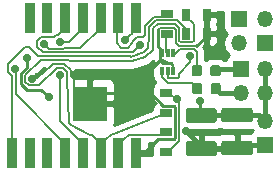
<source format=gbr>
G04 #@! TF.GenerationSoftware,KiCad,Pcbnew,5.0.0-rc3-unknown-520c611~65~ubuntu18.04.1*
G04 #@! TF.CreationDate,2018-07-03T00:15:53+02:00*
G04 #@! TF.ProjectId,vlakinostalo,766C616B696E6F7374616C6F2E6B6963,rev?*
G04 #@! TF.SameCoordinates,Original*
G04 #@! TF.FileFunction,Copper,L2,Bot,Signal*
G04 #@! TF.FilePolarity,Positive*
%FSLAX46Y46*%
G04 Gerber Fmt 4.6, Leading zero omitted, Abs format (unit mm)*
G04 Created by KiCad (PCBNEW 5.0.0-rc3-unknown-520c611~65~ubuntu18.04.1) date Tue Jul  3 00:15:53 2018*
%MOMM*%
%LPD*%
G01*
G04 APERTURE LIST*
G04 #@! TA.AperFunction,SMDPad,CuDef*
%ADD10R,0.300000X0.700000*%
G04 #@! TD*
G04 #@! TA.AperFunction,SMDPad,CuDef*
%ADD11R,1.000000X0.670000*%
G04 #@! TD*
G04 #@! TA.AperFunction,ComponentPad*
%ADD12O,1.350000X1.350000*%
G04 #@! TD*
G04 #@! TA.AperFunction,ComponentPad*
%ADD13R,1.350000X1.350000*%
G04 #@! TD*
G04 #@! TA.AperFunction,SMDPad,CuDef*
%ADD14R,0.670000X1.000000*%
G04 #@! TD*
G04 #@! TA.AperFunction,SMDPad,CuDef*
%ADD15R,0.900000X2.500000*%
G04 #@! TD*
G04 #@! TA.AperFunction,SMDPad,CuDef*
%ADD16R,3.000000X3.000000*%
G04 #@! TD*
G04 #@! TA.AperFunction,Conductor*
%ADD17C,0.100000*%
G04 #@! TD*
G04 #@! TA.AperFunction,SMDPad,CuDef*
%ADD18C,1.250000*%
G04 #@! TD*
G04 #@! TA.AperFunction,SMDPad,CuDef*
%ADD19C,0.875000*%
G04 #@! TD*
G04 #@! TA.AperFunction,ViaPad*
%ADD20C,0.700000*%
G04 #@! TD*
G04 #@! TA.AperFunction,Conductor*
%ADD21C,0.152400*%
G04 #@! TD*
G04 #@! TA.AperFunction,Conductor*
%ADD22C,0.250000*%
G04 #@! TD*
G04 #@! TA.AperFunction,Conductor*
%ADD23C,0.200000*%
G04 #@! TD*
G04 #@! TA.AperFunction,Conductor*
%ADD24C,0.400000*%
G04 #@! TD*
G04 #@! TA.AperFunction,Conductor*
%ADD25C,0.254000*%
G04 #@! TD*
G04 APERTURE END LIST*
D10*
G04 #@! TO.P,Q1,1*
G04 #@! TO.N,GND*
X161800000Y-101600000D03*
G04 #@! TO.P,Q1,3*
G04 #@! TO.N,Net-(Q1-Pad3)*
X160800000Y-101600000D03*
G04 #@! TO.P,Q1,6*
G04 #@! TO.N,Net-(Q1-Pad6)*
X161800000Y-100100000D03*
G04 #@! TO.P,Q1,2*
G04 #@! TO.N,Net-(Q1-Pad2)*
X161300000Y-101600000D03*
G04 #@! TO.P,Q1,4*
G04 #@! TO.N,GND*
X160800000Y-100100000D03*
G04 #@! TO.P,Q1,5*
G04 #@! TO.N,Net-(Q1-Pad5)*
X161300000Y-100100000D03*
G04 #@! TD*
D11*
G04 #@! TO.P,R1,1*
G04 #@! TO.N,Net-(P1-Pad9)*
X161150000Y-106750000D03*
G04 #@! TO.P,R1,2*
G04 #@! TO.N,+3V3*
X161150000Y-108500000D03*
G04 #@! TD*
G04 #@! TO.P,R2,2*
G04 #@! TO.N,+3V3*
X161150000Y-103450000D03*
G04 #@! TO.P,R2,1*
G04 #@! TO.N,Net-(P1-Pad10)*
X161150000Y-105200000D03*
G04 #@! TD*
D12*
G04 #@! TO.P,J2,2*
G04 #@! TO.N,Net-(D1-Pad3)*
X169560240Y-97235260D03*
D13*
G04 #@! TO.P,J2,1*
G04 #@! TO.N,Net-(D1-Pad2)*
X169560240Y-99235260D03*
G04 #@! TD*
D14*
G04 #@! TO.P,SW1,2*
G04 #@! TO.N,GND*
X164625000Y-98450000D03*
G04 #@! TO.P,SW1,1*
G04 #@! TO.N,Net-(P1-Pad15)*
X162875000Y-98450000D03*
G04 #@! TD*
D11*
G04 #@! TO.P,R8,2*
G04 #@! TO.N,Net-(P1-Pad6)*
X161240000Y-96760000D03*
G04 #@! TO.P,R8,1*
G04 #@! TO.N,Net-(Q1-Pad5)*
X161240000Y-98510000D03*
G04 #@! TD*
D13*
G04 #@! TO.P,M1,1*
G04 #@! TO.N,Net-(M1-Pad1)*
X167350000Y-97250000D03*
D12*
G04 #@! TO.P,M1,2*
G04 #@! TO.N,Net-(M1-Pad2)*
X167350000Y-99250000D03*
G04 #@! TD*
D14*
G04 #@! TO.P,SW2,1*
G04 #@! TO.N,Net-(P1-Pad10)*
X162875000Y-96850000D03*
G04 #@! TO.P,SW2,2*
G04 #@! TO.N,GND*
X164625000Y-96850000D03*
G04 #@! TD*
D15*
G04 #@! TO.P,P1,14*
G04 #@! TO.N,Net-(P1-Pad14)*
X149630000Y-108570000D03*
G04 #@! TO.P,P1,15*
G04 #@! TO.N,Net-(P1-Pad15)*
X148130000Y-108570000D03*
G04 #@! TO.P,P1,13*
G04 #@! TO.N,Net-(P1-Pad13)*
X151130000Y-108570000D03*
G04 #@! TO.P,P1,12*
G04 #@! TO.N,Fin*
X152630000Y-108570000D03*
G04 #@! TO.P,P1,11*
G04 #@! TO.N,Rin*
X154130000Y-108570000D03*
G04 #@! TO.P,P1,10*
G04 #@! TO.N,Net-(P1-Pad10)*
X155630000Y-108570000D03*
G04 #@! TO.P,P1,9*
G04 #@! TO.N,Net-(P1-Pad9)*
X157130000Y-108570000D03*
G04 #@! TO.P,P1,8*
G04 #@! TO.N,GND*
X158630000Y-108570000D03*
G04 #@! TO.P,P1,7*
G04 #@! TO.N,+3V3*
X158630000Y-97170000D03*
G04 #@! TO.P,P1,6*
G04 #@! TO.N,Net-(P1-Pad6)*
X157130000Y-97170000D03*
G04 #@! TO.P,P1,5*
G04 #@! TO.N,SDA*
X155630000Y-97170000D03*
G04 #@! TO.P,P1,4*
G04 #@! TO.N,SCL*
X154130000Y-97170000D03*
G04 #@! TO.P,P1,3*
G04 #@! TO.N,Net-(P1-Pad3)*
X152630000Y-97170000D03*
G04 #@! TO.P,P1,2*
G04 #@! TO.N,Net-(P1-Pad2)*
X151130000Y-97170000D03*
G04 #@! TO.P,P1,1*
G04 #@! TO.N,Net-(P1-Pad1)*
X149630000Y-97170000D03*
D16*
G04 #@! TO.P,P1,8*
G04 #@! TO.N,GND*
X154730000Y-104370000D03*
G04 #@! TD*
D17*
G04 #@! TO.N,GND*
G04 #@! TO.C,C3*
G36*
X165262244Y-107552264D02*
X165286513Y-107555864D01*
X165310311Y-107561825D01*
X165333411Y-107570090D01*
X165355589Y-107580580D01*
X165376633Y-107593193D01*
X165396338Y-107607807D01*
X165414517Y-107624283D01*
X165430993Y-107642462D01*
X165445607Y-107662167D01*
X165458220Y-107683211D01*
X165468710Y-107705389D01*
X165476975Y-107728489D01*
X165482936Y-107752287D01*
X165486536Y-107776556D01*
X165487740Y-107801060D01*
X165487740Y-108551060D01*
X165486536Y-108575564D01*
X165482936Y-108599833D01*
X165476975Y-108623631D01*
X165468710Y-108646731D01*
X165458220Y-108668909D01*
X165445607Y-108689953D01*
X165430993Y-108709658D01*
X165414517Y-108727837D01*
X165396338Y-108744313D01*
X165376633Y-108758927D01*
X165355589Y-108771540D01*
X165333411Y-108782030D01*
X165310311Y-108790295D01*
X165286513Y-108796256D01*
X165262244Y-108799856D01*
X165237740Y-108801060D01*
X163087740Y-108801060D01*
X163063236Y-108799856D01*
X163038967Y-108796256D01*
X163015169Y-108790295D01*
X162992069Y-108782030D01*
X162969891Y-108771540D01*
X162948847Y-108758927D01*
X162929142Y-108744313D01*
X162910963Y-108727837D01*
X162894487Y-108709658D01*
X162879873Y-108689953D01*
X162867260Y-108668909D01*
X162856770Y-108646731D01*
X162848505Y-108623631D01*
X162842544Y-108599833D01*
X162838944Y-108575564D01*
X162837740Y-108551060D01*
X162837740Y-107801060D01*
X162838944Y-107776556D01*
X162842544Y-107752287D01*
X162848505Y-107728489D01*
X162856770Y-107705389D01*
X162867260Y-107683211D01*
X162879873Y-107662167D01*
X162894487Y-107642462D01*
X162910963Y-107624283D01*
X162929142Y-107607807D01*
X162948847Y-107593193D01*
X162969891Y-107580580D01*
X162992069Y-107570090D01*
X163015169Y-107561825D01*
X163038967Y-107555864D01*
X163063236Y-107552264D01*
X163087740Y-107551060D01*
X165237740Y-107551060D01*
X165262244Y-107552264D01*
X165262244Y-107552264D01*
G37*
D18*
G04 #@! TD*
G04 #@! TO.P,C3,2*
G04 #@! TO.N,GND*
X164162740Y-108176060D03*
D17*
G04 #@! TO.N,+12V*
G04 #@! TO.C,C3*
G36*
X165262244Y-104752264D02*
X165286513Y-104755864D01*
X165310311Y-104761825D01*
X165333411Y-104770090D01*
X165355589Y-104780580D01*
X165376633Y-104793193D01*
X165396338Y-104807807D01*
X165414517Y-104824283D01*
X165430993Y-104842462D01*
X165445607Y-104862167D01*
X165458220Y-104883211D01*
X165468710Y-104905389D01*
X165476975Y-104928489D01*
X165482936Y-104952287D01*
X165486536Y-104976556D01*
X165487740Y-105001060D01*
X165487740Y-105751060D01*
X165486536Y-105775564D01*
X165482936Y-105799833D01*
X165476975Y-105823631D01*
X165468710Y-105846731D01*
X165458220Y-105868909D01*
X165445607Y-105889953D01*
X165430993Y-105909658D01*
X165414517Y-105927837D01*
X165396338Y-105944313D01*
X165376633Y-105958927D01*
X165355589Y-105971540D01*
X165333411Y-105982030D01*
X165310311Y-105990295D01*
X165286513Y-105996256D01*
X165262244Y-105999856D01*
X165237740Y-106001060D01*
X163087740Y-106001060D01*
X163063236Y-105999856D01*
X163038967Y-105996256D01*
X163015169Y-105990295D01*
X162992069Y-105982030D01*
X162969891Y-105971540D01*
X162948847Y-105958927D01*
X162929142Y-105944313D01*
X162910963Y-105927837D01*
X162894487Y-105909658D01*
X162879873Y-105889953D01*
X162867260Y-105868909D01*
X162856770Y-105846731D01*
X162848505Y-105823631D01*
X162842544Y-105799833D01*
X162838944Y-105775564D01*
X162837740Y-105751060D01*
X162837740Y-105001060D01*
X162838944Y-104976556D01*
X162842544Y-104952287D01*
X162848505Y-104928489D01*
X162856770Y-104905389D01*
X162867260Y-104883211D01*
X162879873Y-104862167D01*
X162894487Y-104842462D01*
X162910963Y-104824283D01*
X162929142Y-104807807D01*
X162948847Y-104793193D01*
X162969891Y-104780580D01*
X162992069Y-104770090D01*
X163015169Y-104761825D01*
X163038967Y-104755864D01*
X163063236Y-104752264D01*
X163087740Y-104751060D01*
X165237740Y-104751060D01*
X165262244Y-104752264D01*
X165262244Y-104752264D01*
G37*
D18*
G04 #@! TD*
G04 #@! TO.P,C3,1*
G04 #@! TO.N,+12V*
X164162740Y-105376060D03*
D17*
G04 #@! TO.N,+12V*
G04 #@! TO.C,C4*
G36*
X168282304Y-104716704D02*
X168306573Y-104720304D01*
X168330371Y-104726265D01*
X168353471Y-104734530D01*
X168375649Y-104745020D01*
X168396693Y-104757633D01*
X168416398Y-104772247D01*
X168434577Y-104788723D01*
X168451053Y-104806902D01*
X168465667Y-104826607D01*
X168478280Y-104847651D01*
X168488770Y-104869829D01*
X168497035Y-104892929D01*
X168502996Y-104916727D01*
X168506596Y-104940996D01*
X168507800Y-104965500D01*
X168507800Y-105715500D01*
X168506596Y-105740004D01*
X168502996Y-105764273D01*
X168497035Y-105788071D01*
X168488770Y-105811171D01*
X168478280Y-105833349D01*
X168465667Y-105854393D01*
X168451053Y-105874098D01*
X168434577Y-105892277D01*
X168416398Y-105908753D01*
X168396693Y-105923367D01*
X168375649Y-105935980D01*
X168353471Y-105946470D01*
X168330371Y-105954735D01*
X168306573Y-105960696D01*
X168282304Y-105964296D01*
X168257800Y-105965500D01*
X166107800Y-105965500D01*
X166083296Y-105964296D01*
X166059027Y-105960696D01*
X166035229Y-105954735D01*
X166012129Y-105946470D01*
X165989951Y-105935980D01*
X165968907Y-105923367D01*
X165949202Y-105908753D01*
X165931023Y-105892277D01*
X165914547Y-105874098D01*
X165899933Y-105854393D01*
X165887320Y-105833349D01*
X165876830Y-105811171D01*
X165868565Y-105788071D01*
X165862604Y-105764273D01*
X165859004Y-105740004D01*
X165857800Y-105715500D01*
X165857800Y-104965500D01*
X165859004Y-104940996D01*
X165862604Y-104916727D01*
X165868565Y-104892929D01*
X165876830Y-104869829D01*
X165887320Y-104847651D01*
X165899933Y-104826607D01*
X165914547Y-104806902D01*
X165931023Y-104788723D01*
X165949202Y-104772247D01*
X165968907Y-104757633D01*
X165989951Y-104745020D01*
X166012129Y-104734530D01*
X166035229Y-104726265D01*
X166059027Y-104720304D01*
X166083296Y-104716704D01*
X166107800Y-104715500D01*
X168257800Y-104715500D01*
X168282304Y-104716704D01*
X168282304Y-104716704D01*
G37*
D18*
G04 #@! TD*
G04 #@! TO.P,C4,1*
G04 #@! TO.N,+12V*
X167182800Y-105340500D03*
D17*
G04 #@! TO.N,GND*
G04 #@! TO.C,C4*
G36*
X168282304Y-107516704D02*
X168306573Y-107520304D01*
X168330371Y-107526265D01*
X168353471Y-107534530D01*
X168375649Y-107545020D01*
X168396693Y-107557633D01*
X168416398Y-107572247D01*
X168434577Y-107588723D01*
X168451053Y-107606902D01*
X168465667Y-107626607D01*
X168478280Y-107647651D01*
X168488770Y-107669829D01*
X168497035Y-107692929D01*
X168502996Y-107716727D01*
X168506596Y-107740996D01*
X168507800Y-107765500D01*
X168507800Y-108515500D01*
X168506596Y-108540004D01*
X168502996Y-108564273D01*
X168497035Y-108588071D01*
X168488770Y-108611171D01*
X168478280Y-108633349D01*
X168465667Y-108654393D01*
X168451053Y-108674098D01*
X168434577Y-108692277D01*
X168416398Y-108708753D01*
X168396693Y-108723367D01*
X168375649Y-108735980D01*
X168353471Y-108746470D01*
X168330371Y-108754735D01*
X168306573Y-108760696D01*
X168282304Y-108764296D01*
X168257800Y-108765500D01*
X166107800Y-108765500D01*
X166083296Y-108764296D01*
X166059027Y-108760696D01*
X166035229Y-108754735D01*
X166012129Y-108746470D01*
X165989951Y-108735980D01*
X165968907Y-108723367D01*
X165949202Y-108708753D01*
X165931023Y-108692277D01*
X165914547Y-108674098D01*
X165899933Y-108654393D01*
X165887320Y-108633349D01*
X165876830Y-108611171D01*
X165868565Y-108588071D01*
X165862604Y-108564273D01*
X165859004Y-108540004D01*
X165857800Y-108515500D01*
X165857800Y-107765500D01*
X165859004Y-107740996D01*
X165862604Y-107716727D01*
X165868565Y-107692929D01*
X165876830Y-107669829D01*
X165887320Y-107647651D01*
X165899933Y-107626607D01*
X165914547Y-107606902D01*
X165931023Y-107588723D01*
X165949202Y-107572247D01*
X165968907Y-107557633D01*
X165989951Y-107545020D01*
X166012129Y-107534530D01*
X166035229Y-107526265D01*
X166059027Y-107520304D01*
X166083296Y-107516704D01*
X166107800Y-107515500D01*
X168257800Y-107515500D01*
X168282304Y-107516704D01*
X168282304Y-107516704D01*
G37*
D18*
G04 #@! TD*
G04 #@! TO.P,C4,2*
G04 #@! TO.N,GND*
X167182800Y-108140500D03*
D13*
G04 #@! TO.P,J1,1*
G04 #@! TO.N,GND*
X169545000Y-107856020D03*
D12*
G04 #@! TO.P,J1,2*
G04 #@! TO.N,+12V*
X169545000Y-105856020D03*
G04 #@! TD*
D13*
G04 #@! TO.P,J3,1*
G04 #@! TO.N,Net-(J3-Pad1)*
X167518080Y-101483160D03*
D12*
G04 #@! TO.P,J3,2*
G04 #@! TO.N,+12V*
X169518080Y-101483160D03*
G04 #@! TO.P,J3,3*
G04 #@! TO.N,Net-(J3-Pad3)*
X167518080Y-103483160D03*
G04 #@! TO.P,J3,4*
G04 #@! TO.N,+12V*
X169518080Y-103483160D03*
G04 #@! TD*
D17*
G04 #@! TO.N,Net-(J3-Pad1)*
G04 #@! TO.C,R5*
G36*
X165594191Y-101126053D02*
X165615426Y-101129203D01*
X165636250Y-101134419D01*
X165656462Y-101141651D01*
X165675868Y-101150830D01*
X165694281Y-101161866D01*
X165711524Y-101174654D01*
X165727430Y-101189070D01*
X165741846Y-101204976D01*
X165754634Y-101222219D01*
X165765670Y-101240632D01*
X165774849Y-101260038D01*
X165782081Y-101280250D01*
X165787297Y-101301074D01*
X165790447Y-101322309D01*
X165791500Y-101343750D01*
X165791500Y-101856250D01*
X165790447Y-101877691D01*
X165787297Y-101898926D01*
X165782081Y-101919750D01*
X165774849Y-101939962D01*
X165765670Y-101959368D01*
X165754634Y-101977781D01*
X165741846Y-101995024D01*
X165727430Y-102010930D01*
X165711524Y-102025346D01*
X165694281Y-102038134D01*
X165675868Y-102049170D01*
X165656462Y-102058349D01*
X165636250Y-102065581D01*
X165615426Y-102070797D01*
X165594191Y-102073947D01*
X165572750Y-102075000D01*
X165135250Y-102075000D01*
X165113809Y-102073947D01*
X165092574Y-102070797D01*
X165071750Y-102065581D01*
X165051538Y-102058349D01*
X165032132Y-102049170D01*
X165013719Y-102038134D01*
X164996476Y-102025346D01*
X164980570Y-102010930D01*
X164966154Y-101995024D01*
X164953366Y-101977781D01*
X164942330Y-101959368D01*
X164933151Y-101939962D01*
X164925919Y-101919750D01*
X164920703Y-101898926D01*
X164917553Y-101877691D01*
X164916500Y-101856250D01*
X164916500Y-101343750D01*
X164917553Y-101322309D01*
X164920703Y-101301074D01*
X164925919Y-101280250D01*
X164933151Y-101260038D01*
X164942330Y-101240632D01*
X164953366Y-101222219D01*
X164966154Y-101204976D01*
X164980570Y-101189070D01*
X164996476Y-101174654D01*
X165013719Y-101161866D01*
X165032132Y-101150830D01*
X165051538Y-101141651D01*
X165071750Y-101134419D01*
X165092574Y-101129203D01*
X165113809Y-101126053D01*
X165135250Y-101125000D01*
X165572750Y-101125000D01*
X165594191Y-101126053D01*
X165594191Y-101126053D01*
G37*
D19*
G04 #@! TD*
G04 #@! TO.P,R5,2*
G04 #@! TO.N,Net-(J3-Pad1)*
X165354000Y-101600000D03*
D17*
G04 #@! TO.N,Net-(Q1-Pad6)*
G04 #@! TO.C,R5*
G36*
X164019191Y-101126053D02*
X164040426Y-101129203D01*
X164061250Y-101134419D01*
X164081462Y-101141651D01*
X164100868Y-101150830D01*
X164119281Y-101161866D01*
X164136524Y-101174654D01*
X164152430Y-101189070D01*
X164166846Y-101204976D01*
X164179634Y-101222219D01*
X164190670Y-101240632D01*
X164199849Y-101260038D01*
X164207081Y-101280250D01*
X164212297Y-101301074D01*
X164215447Y-101322309D01*
X164216500Y-101343750D01*
X164216500Y-101856250D01*
X164215447Y-101877691D01*
X164212297Y-101898926D01*
X164207081Y-101919750D01*
X164199849Y-101939962D01*
X164190670Y-101959368D01*
X164179634Y-101977781D01*
X164166846Y-101995024D01*
X164152430Y-102010930D01*
X164136524Y-102025346D01*
X164119281Y-102038134D01*
X164100868Y-102049170D01*
X164081462Y-102058349D01*
X164061250Y-102065581D01*
X164040426Y-102070797D01*
X164019191Y-102073947D01*
X163997750Y-102075000D01*
X163560250Y-102075000D01*
X163538809Y-102073947D01*
X163517574Y-102070797D01*
X163496750Y-102065581D01*
X163476538Y-102058349D01*
X163457132Y-102049170D01*
X163438719Y-102038134D01*
X163421476Y-102025346D01*
X163405570Y-102010930D01*
X163391154Y-101995024D01*
X163378366Y-101977781D01*
X163367330Y-101959368D01*
X163358151Y-101939962D01*
X163350919Y-101919750D01*
X163345703Y-101898926D01*
X163342553Y-101877691D01*
X163341500Y-101856250D01*
X163341500Y-101343750D01*
X163342553Y-101322309D01*
X163345703Y-101301074D01*
X163350919Y-101280250D01*
X163358151Y-101260038D01*
X163367330Y-101240632D01*
X163378366Y-101222219D01*
X163391154Y-101204976D01*
X163405570Y-101189070D01*
X163421476Y-101174654D01*
X163438719Y-101161866D01*
X163457132Y-101150830D01*
X163476538Y-101141651D01*
X163496750Y-101134419D01*
X163517574Y-101129203D01*
X163538809Y-101126053D01*
X163560250Y-101125000D01*
X163997750Y-101125000D01*
X164019191Y-101126053D01*
X164019191Y-101126053D01*
G37*
D19*
G04 #@! TD*
G04 #@! TO.P,R5,1*
G04 #@! TO.N,Net-(Q1-Pad6)*
X163779000Y-101600000D03*
D17*
G04 #@! TO.N,Net-(J3-Pad3)*
G04 #@! TO.C,R7*
G36*
X165619691Y-102650053D02*
X165640926Y-102653203D01*
X165661750Y-102658419D01*
X165681962Y-102665651D01*
X165701368Y-102674830D01*
X165719781Y-102685866D01*
X165737024Y-102698654D01*
X165752930Y-102713070D01*
X165767346Y-102728976D01*
X165780134Y-102746219D01*
X165791170Y-102764632D01*
X165800349Y-102784038D01*
X165807581Y-102804250D01*
X165812797Y-102825074D01*
X165815947Y-102846309D01*
X165817000Y-102867750D01*
X165817000Y-103380250D01*
X165815947Y-103401691D01*
X165812797Y-103422926D01*
X165807581Y-103443750D01*
X165800349Y-103463962D01*
X165791170Y-103483368D01*
X165780134Y-103501781D01*
X165767346Y-103519024D01*
X165752930Y-103534930D01*
X165737024Y-103549346D01*
X165719781Y-103562134D01*
X165701368Y-103573170D01*
X165681962Y-103582349D01*
X165661750Y-103589581D01*
X165640926Y-103594797D01*
X165619691Y-103597947D01*
X165598250Y-103599000D01*
X165160750Y-103599000D01*
X165139309Y-103597947D01*
X165118074Y-103594797D01*
X165097250Y-103589581D01*
X165077038Y-103582349D01*
X165057632Y-103573170D01*
X165039219Y-103562134D01*
X165021976Y-103549346D01*
X165006070Y-103534930D01*
X164991654Y-103519024D01*
X164978866Y-103501781D01*
X164967830Y-103483368D01*
X164958651Y-103463962D01*
X164951419Y-103443750D01*
X164946203Y-103422926D01*
X164943053Y-103401691D01*
X164942000Y-103380250D01*
X164942000Y-102867750D01*
X164943053Y-102846309D01*
X164946203Y-102825074D01*
X164951419Y-102804250D01*
X164958651Y-102784038D01*
X164967830Y-102764632D01*
X164978866Y-102746219D01*
X164991654Y-102728976D01*
X165006070Y-102713070D01*
X165021976Y-102698654D01*
X165039219Y-102685866D01*
X165057632Y-102674830D01*
X165077038Y-102665651D01*
X165097250Y-102658419D01*
X165118074Y-102653203D01*
X165139309Y-102650053D01*
X165160750Y-102649000D01*
X165598250Y-102649000D01*
X165619691Y-102650053D01*
X165619691Y-102650053D01*
G37*
D19*
G04 #@! TD*
G04 #@! TO.P,R7,1*
G04 #@! TO.N,Net-(J3-Pad3)*
X165379500Y-103124000D03*
D17*
G04 #@! TO.N,Net-(Q1-Pad3)*
G04 #@! TO.C,R7*
G36*
X164044691Y-102650053D02*
X164065926Y-102653203D01*
X164086750Y-102658419D01*
X164106962Y-102665651D01*
X164126368Y-102674830D01*
X164144781Y-102685866D01*
X164162024Y-102698654D01*
X164177930Y-102713070D01*
X164192346Y-102728976D01*
X164205134Y-102746219D01*
X164216170Y-102764632D01*
X164225349Y-102784038D01*
X164232581Y-102804250D01*
X164237797Y-102825074D01*
X164240947Y-102846309D01*
X164242000Y-102867750D01*
X164242000Y-103380250D01*
X164240947Y-103401691D01*
X164237797Y-103422926D01*
X164232581Y-103443750D01*
X164225349Y-103463962D01*
X164216170Y-103483368D01*
X164205134Y-103501781D01*
X164192346Y-103519024D01*
X164177930Y-103534930D01*
X164162024Y-103549346D01*
X164144781Y-103562134D01*
X164126368Y-103573170D01*
X164106962Y-103582349D01*
X164086750Y-103589581D01*
X164065926Y-103594797D01*
X164044691Y-103597947D01*
X164023250Y-103599000D01*
X163585750Y-103599000D01*
X163564309Y-103597947D01*
X163543074Y-103594797D01*
X163522250Y-103589581D01*
X163502038Y-103582349D01*
X163482632Y-103573170D01*
X163464219Y-103562134D01*
X163446976Y-103549346D01*
X163431070Y-103534930D01*
X163416654Y-103519024D01*
X163403866Y-103501781D01*
X163392830Y-103483368D01*
X163383651Y-103463962D01*
X163376419Y-103443750D01*
X163371203Y-103422926D01*
X163368053Y-103401691D01*
X163367000Y-103380250D01*
X163367000Y-102867750D01*
X163368053Y-102846309D01*
X163371203Y-102825074D01*
X163376419Y-102804250D01*
X163383651Y-102784038D01*
X163392830Y-102764632D01*
X163403866Y-102746219D01*
X163416654Y-102728976D01*
X163431070Y-102713070D01*
X163446976Y-102698654D01*
X163464219Y-102685866D01*
X163482632Y-102674830D01*
X163502038Y-102665651D01*
X163522250Y-102658419D01*
X163543074Y-102653203D01*
X163564309Y-102650053D01*
X163585750Y-102649000D01*
X164023250Y-102649000D01*
X164044691Y-102650053D01*
X164044691Y-102650053D01*
G37*
D19*
G04 #@! TD*
G04 #@! TO.P,R7,2*
G04 #@! TO.N,Net-(Q1-Pad3)*
X163804500Y-103124000D03*
D20*
G04 #@! TO.N,SDA*
X150863832Y-99328627D03*
G04 #@! TO.N,SCL*
X152210869Y-99159864D03*
G04 #@! TO.N,Fin*
X148396846Y-101432111D03*
G04 #@! TO.N,Rin*
X152189690Y-101918837D03*
G04 #@! TO.N,GND*
X149809772Y-102260804D03*
X158122800Y-103490200D03*
X153347100Y-101915200D03*
X162859630Y-106680000D03*
X159766000Y-108458000D03*
G04 #@! TO.N,+3V3*
X162132400Y-104014900D03*
X157671900Y-99007200D03*
G04 #@! TO.N,Net-(P1-Pad3)*
X159000200Y-99389400D03*
G04 #@! TO.N,+12V*
X149427412Y-100496177D03*
X151231300Y-103826800D03*
X164084000Y-104140000D03*
G04 #@! TO.N,Net-(Q1-Pad2)*
X163200390Y-100372590D03*
G04 #@! TD*
D21*
G04 #@! TO.N,SDA*
X155630000Y-97170000D02*
X155630000Y-97970000D01*
X153897144Y-99702856D02*
X152524207Y-99702856D01*
X152488598Y-99738465D02*
X151273670Y-99738465D01*
X152524207Y-99702856D02*
X152488598Y-99738465D01*
X151273670Y-99738465D02*
X151213831Y-99678626D01*
X155630000Y-97970000D02*
X153897144Y-99702856D01*
X151213831Y-99678626D02*
X150863832Y-99328627D01*
G04 #@! TO.N,SCL*
X152940136Y-99159864D02*
X152705843Y-99159864D01*
X152705843Y-99159864D02*
X152210869Y-99159864D01*
X154130000Y-97170000D02*
X154130000Y-97970000D01*
X154130000Y-97970000D02*
X152940136Y-99159864D01*
G04 #@! TO.N,Fin*
X152630000Y-108570000D02*
X152630000Y-107770000D01*
X148435112Y-101470377D02*
X148396846Y-101432111D01*
X152630000Y-107770000D02*
X148435112Y-103575112D01*
X148435112Y-103575112D02*
X148435112Y-101470377D01*
G04 #@! TO.N,Rin*
X152189690Y-105829690D02*
X152189690Y-102413811D01*
X154130000Y-108570000D02*
X154130000Y-107770000D01*
X152189690Y-102413811D02*
X152189690Y-101918837D01*
X154130000Y-107770000D02*
X152189690Y-105829690D01*
G04 #@! TO.N,Net-(P1-Pad15)*
X158225100Y-100424300D02*
X159271500Y-100044300D01*
X159655100Y-99660700D02*
X159728800Y-98688700D01*
X158142379Y-100341579D02*
X158225100Y-100424300D01*
X159728800Y-98688700D02*
X159728800Y-97926352D01*
X159728800Y-97926352D02*
X160328252Y-97326900D01*
X162875000Y-98081068D02*
X162875000Y-98450000D01*
X160328252Y-97326900D02*
X162120832Y-97326900D01*
X152747618Y-100341579D02*
X158142379Y-100341579D01*
X149253529Y-99571391D02*
X149546471Y-99571391D01*
X150323167Y-100348087D02*
X152741110Y-100348087D01*
X149546471Y-99571391D02*
X150323167Y-100348087D01*
X147818244Y-101709841D02*
X147818244Y-101006676D01*
X147818244Y-101006676D02*
X149253529Y-99571391D01*
X148130000Y-102021597D02*
X147818244Y-101709841D01*
X148130000Y-108570000D02*
X148130000Y-102021597D01*
X159271500Y-100044300D02*
X159655100Y-99660700D01*
X152741110Y-100348087D02*
X152747618Y-100341579D01*
X162120832Y-97326900D02*
X162875000Y-98081068D01*
G04 #@! TO.N,Net-(P1-Pad10)*
X162311300Y-97982600D02*
X161963700Y-97635000D01*
X161963700Y-97635000D02*
X160451219Y-97635000D01*
X160451219Y-97635000D02*
X160100089Y-97986130D01*
X162311300Y-99076300D02*
X162311300Y-97982600D01*
X160100089Y-98081244D02*
X160091200Y-98113200D01*
X152768300Y-101663400D02*
X152768300Y-102154900D01*
X149532043Y-102839405D02*
X150434695Y-102839405D01*
X160091200Y-98838900D02*
X160036200Y-99818500D01*
X159429300Y-100425400D02*
X158300900Y-100805400D01*
X152867366Y-100652898D02*
X150561348Y-100652898D01*
X158300900Y-100805400D02*
X153019868Y-100805400D01*
X150561348Y-100652898D02*
X149231171Y-101983075D01*
X149231171Y-102538533D02*
X149532043Y-102839405D01*
X152429200Y-101324300D02*
X152768300Y-101663400D01*
X152768300Y-102154900D02*
X152925100Y-105996300D01*
X154706300Y-107015100D02*
X154875100Y-107015100D01*
X152925100Y-105996300D02*
X153103700Y-106174900D01*
X151949800Y-101324300D02*
X152429200Y-101324300D01*
X150434695Y-102839405D02*
X151949800Y-101324300D01*
X160091200Y-98113200D02*
X160091200Y-98838900D01*
X160100089Y-97986130D02*
X160100089Y-98081244D01*
X162419366Y-99184366D02*
X162311300Y-99076300D01*
X155630000Y-107770000D02*
X155630000Y-108570000D01*
X163406834Y-99184366D02*
X162419366Y-99184366D01*
X163514900Y-99076300D02*
X163406834Y-99184366D01*
X153019868Y-100805400D02*
X152867366Y-100652898D01*
X163514900Y-97654900D02*
X163514900Y-99076300D01*
X160036200Y-99818500D02*
X159429300Y-100425400D01*
X162875000Y-97015000D02*
X163514900Y-97654900D01*
X162875000Y-96850000D02*
X162875000Y-97015000D01*
X149231171Y-101983075D02*
X149231171Y-102538533D01*
X154875100Y-107015100D02*
X155630000Y-107770000D01*
X153103700Y-106174900D02*
X154706300Y-107015100D01*
X160726200Y-105458800D02*
X161150000Y-105200000D01*
X160650000Y-105458800D02*
X160726200Y-105458800D01*
X160618400Y-105458800D02*
X160650000Y-105458800D01*
X156553700Y-107015100D02*
X160618400Y-105458800D01*
X156111600Y-107396200D02*
X156553700Y-107015100D01*
X156080000Y-107396200D02*
X156111600Y-107396200D01*
X156003800Y-107396200D02*
X156080000Y-107396200D01*
X155630000Y-108570000D02*
X156003800Y-107396200D01*
G04 #@! TO.N,Net-(P1-Pad9)*
X160726200Y-107008800D02*
X161150000Y-106750000D01*
X160650000Y-107008800D02*
X160726200Y-107008800D01*
X160618400Y-107008800D02*
X160650000Y-107008800D01*
X158053700Y-107015100D02*
X160618400Y-107008800D01*
X157611600Y-107396200D02*
X158053700Y-107015100D01*
X157580000Y-107396200D02*
X157611600Y-107396200D01*
X157503800Y-107396200D02*
X157580000Y-107396200D01*
X157130000Y-108570000D02*
X157503800Y-107396200D01*
D22*
G04 #@! TO.N,GND*
X160650000Y-100212500D02*
X160650000Y-99723500D01*
X160650000Y-99723500D02*
X160453700Y-99527200D01*
X160453700Y-99527200D02*
X160453700Y-98132600D01*
X160650000Y-100212500D02*
X160650000Y-100701500D01*
X160650000Y-100701500D02*
X160919599Y-100971099D01*
X160919599Y-100971099D02*
X161622599Y-100971099D01*
X161622599Y-100971099D02*
X161650000Y-100998500D01*
X159614900Y-103129200D02*
X159614900Y-101736600D01*
X159614900Y-101736600D02*
X160650000Y-100701500D01*
X158122800Y-103490200D02*
X158617774Y-103490200D01*
X158617774Y-103490200D02*
X158978774Y-103129200D01*
X158978774Y-103129200D02*
X159614900Y-103129200D01*
X158122800Y-103490200D02*
X155609800Y-103490200D01*
X155609800Y-103490200D02*
X154730000Y-104370000D01*
X164625000Y-98450000D02*
X164625000Y-98615000D01*
X164625000Y-98615000D02*
X163750823Y-99489177D01*
X164625000Y-98450000D02*
X164625000Y-96850000D01*
D21*
X162257477Y-99489177D02*
X161981300Y-99213000D01*
X161981300Y-99213000D02*
X161981300Y-98151300D01*
X160643900Y-97943100D02*
X160621400Y-97964900D01*
X161971900Y-98078900D02*
X161836100Y-97943100D01*
X160621400Y-97964900D02*
X160453700Y-98132600D01*
X161836100Y-97943100D02*
X160643900Y-97943100D01*
X163750823Y-99489177D02*
X162257477Y-99489177D01*
X161981300Y-98151300D02*
X161971900Y-98078900D01*
D22*
X149809772Y-102260804D02*
X150159771Y-101910805D01*
D23*
X153096909Y-101527285D02*
X153096909Y-101665009D01*
X152565314Y-100995690D02*
X153096909Y-101527285D01*
X151604310Y-100995690D02*
X152565314Y-100995690D01*
X150689195Y-101910805D02*
X151604310Y-100995690D01*
X150159771Y-101910805D02*
X150689195Y-101910805D01*
X153096909Y-101665009D02*
X153347100Y-101915200D01*
D21*
X153347100Y-102870000D02*
X153347100Y-101915200D01*
X153347100Y-102946200D02*
X153347100Y-102870000D01*
X154730000Y-104370000D02*
X153347100Y-102946200D01*
X160723800Y-100375300D02*
X160650000Y-100212500D01*
X160723800Y-100451500D02*
X160723800Y-100375300D01*
X160723800Y-100565900D02*
X160723800Y-100451500D01*
X160885600Y-100727700D02*
X160723800Y-100565900D01*
X161414400Y-100972300D02*
X160885600Y-100727700D01*
D24*
X167467280Y-107856020D02*
X167182800Y-108140500D01*
X169545000Y-107856020D02*
X167467280Y-107856020D01*
X164198300Y-108140500D02*
X164162740Y-108176060D01*
X167182800Y-108140500D02*
X164198300Y-108140500D01*
X164162740Y-107983110D02*
X162859630Y-106680000D01*
X164162740Y-108176060D02*
X164162740Y-107983110D01*
D22*
X161927401Y-104643079D02*
X161871921Y-104587599D01*
X161871921Y-104587599D02*
X160953277Y-104587599D01*
X160953277Y-104587599D02*
X159614900Y-103249222D01*
X161844422Y-107389900D02*
X161927401Y-107306921D01*
X158630000Y-108570000D02*
X159330000Y-108570000D01*
X161927401Y-107306921D02*
X161927401Y-104643079D01*
X160510100Y-107389900D02*
X161844422Y-107389900D01*
X159330000Y-108570000D02*
X160510100Y-107389900D01*
X159614900Y-103249222D02*
X159614900Y-103129200D01*
D24*
X158742000Y-108458000D02*
X158630000Y-108570000D01*
X159766000Y-108458000D02*
X158742000Y-108458000D01*
D21*
X161673499Y-100971099D02*
X161800000Y-101097600D01*
X161800000Y-101097600D02*
X161800000Y-101600000D01*
X161622599Y-100971099D02*
X161673499Y-100971099D01*
G04 #@! TO.N,+3V3*
X158211600Y-98496200D02*
X157671900Y-99007200D01*
X158256200Y-98451600D02*
X158211600Y-98496200D01*
X158256200Y-98420000D02*
X158256200Y-98451600D01*
X158256200Y-98343800D02*
X158256200Y-98420000D01*
X158630000Y-97170000D02*
X158256200Y-98343800D01*
X161681600Y-103708800D02*
X162132400Y-104014900D01*
X161650000Y-103708800D02*
X161681600Y-103708800D01*
X161573800Y-103708800D02*
X161650000Y-103708800D01*
X161150000Y-103450000D02*
X161573800Y-103708800D01*
X162281012Y-107533988D02*
X162281012Y-104163512D01*
X161315000Y-108500000D02*
X162281012Y-107533988D01*
X162281012Y-104163512D02*
X162132400Y-104014900D01*
X161150000Y-108500000D02*
X161315000Y-108500000D01*
G04 #@! TO.N,Net-(P1-Pad6)*
X160816200Y-97018800D02*
X161240000Y-96760000D01*
X160740000Y-97018800D02*
X160816200Y-97018800D01*
X160197600Y-97018800D02*
X160740000Y-97018800D01*
X160159700Y-97034500D02*
X160197600Y-97018800D01*
X159392600Y-97801600D02*
X160159700Y-97034500D01*
X159376900Y-97839500D02*
X159392600Y-97801600D01*
X159366300Y-98224300D02*
X159376900Y-97839500D01*
X159366300Y-98538600D02*
X159366300Y-98224300D01*
X159198600Y-98706300D02*
X159366300Y-98538600D01*
X159130100Y-98724900D02*
X159198600Y-98706300D01*
X158728900Y-98734500D02*
X159130100Y-98724900D01*
X158345300Y-99118100D02*
X158728900Y-98734500D01*
X158326800Y-99278500D02*
X158345300Y-99118100D01*
X157943200Y-99662100D02*
X158326800Y-99278500D01*
X157400600Y-99662100D02*
X157943200Y-99662100D01*
X157017000Y-99278500D02*
X157400600Y-99662100D01*
X157017000Y-98420000D02*
X157017000Y-99278500D01*
X157017000Y-98343800D02*
X157017000Y-98420000D01*
X157130000Y-97170000D02*
X157017000Y-98343800D01*
G04 #@! TO.N,Net-(P1-Pad3)*
X152630000Y-97170000D02*
X152630000Y-97970000D01*
X150586102Y-98750025D02*
X150285230Y-99050897D01*
X150285230Y-99606357D02*
X150722149Y-100043276D01*
X150722149Y-100043276D02*
X152614854Y-100043276D01*
X152646362Y-100011768D02*
X158377832Y-100011768D01*
X158377832Y-100011768D02*
X158650201Y-99739399D01*
X158650201Y-99739399D02*
X159000200Y-99389400D01*
X151668575Y-98750025D02*
X150586102Y-98750025D01*
X151846200Y-98572400D02*
X151668575Y-98750025D01*
X152630000Y-97970000D02*
X152027600Y-98572400D01*
X150285230Y-99050897D02*
X150285230Y-99606357D01*
X152027600Y-98572400D02*
X151846200Y-98572400D01*
X152614854Y-100043276D02*
X152646362Y-100011768D01*
D22*
G04 #@! TO.N,+12V*
X148877560Y-101836605D02*
X149427412Y-101286753D01*
X149427412Y-101286753D02*
X149427412Y-100991151D01*
X148877560Y-102685003D02*
X148877560Y-101836605D01*
X151231300Y-103826800D02*
X150597516Y-103193016D01*
X150597516Y-103193016D02*
X149385573Y-103193016D01*
X149385573Y-103193016D02*
X148877560Y-102685003D01*
X149427412Y-100991151D02*
X149427412Y-100496177D01*
D24*
X169518080Y-103483160D02*
X169518080Y-101483160D01*
X169518080Y-105829100D02*
X169545000Y-105856020D01*
X169518080Y-103483160D02*
X169518080Y-105829100D01*
X164198300Y-105340500D02*
X164162740Y-105376060D01*
X167182800Y-105340500D02*
X164198300Y-105340500D01*
X169029480Y-105340500D02*
X169545000Y-105856020D01*
X167182800Y-105340500D02*
X169029480Y-105340500D01*
D22*
X164084000Y-105297320D02*
X164162740Y-105376060D01*
X164084000Y-104140000D02*
X164084000Y-105297320D01*
D24*
G04 #@! TO.N,Net-(J3-Pad1)*
X165470840Y-101483160D02*
X165354000Y-101600000D01*
X167518080Y-101483160D02*
X165470840Y-101483160D01*
D21*
G04 #@! TO.N,Net-(Q1-Pad2)*
X163200390Y-100867564D02*
X163200390Y-100372590D01*
X162228601Y-101839353D02*
X163200390Y-100867564D01*
X162182881Y-102178601D02*
X162228601Y-102132881D01*
X161376201Y-102178601D02*
X162182881Y-102178601D01*
X161300000Y-102102400D02*
X161376201Y-102178601D01*
X161300000Y-101600000D02*
X161300000Y-102102400D01*
X162228601Y-102132881D02*
X162228601Y-101839353D01*
G04 #@! TO.N,Net-(Q1-Pad5)*
X161195000Y-98768800D02*
X161240000Y-98510000D01*
X161195000Y-98845000D02*
X161195000Y-98768800D01*
X161195000Y-99973500D02*
X161195000Y-98845000D01*
X161195000Y-100049700D02*
X161195000Y-99973500D01*
D24*
G04 #@! TO.N,Net-(J3-Pad3)*
X165738660Y-103483160D02*
X165379500Y-103124000D01*
X167518080Y-103483160D02*
X165738660Y-103483160D01*
D21*
G04 #@! TO.N,Net-(Q1-Pad6)*
X163525128Y-99793988D02*
X163779000Y-100047860D01*
X162370912Y-99793988D02*
X163525128Y-99793988D01*
X161952400Y-100212500D02*
X162370912Y-99793988D01*
X163779000Y-100047860D02*
X163779000Y-101600000D01*
X161839900Y-100100000D02*
X161952400Y-100212500D01*
X161800000Y-100100000D02*
X161839900Y-100100000D01*
G04 #@! TO.N,Net-(Q1-Pad3)*
X161359988Y-102662388D02*
X160800000Y-102102400D01*
X163342888Y-102662388D02*
X161359988Y-102662388D01*
X160800000Y-102102400D02*
X160800000Y-101600000D01*
X163804500Y-103124000D02*
X163342888Y-102662388D01*
G04 #@! TD*
D25*
G04 #@! TO.N,GND*
G36*
X160051843Y-107917235D02*
X160002560Y-108165000D01*
X160002560Y-108690000D01*
X158483000Y-108690000D01*
X158483000Y-108443000D01*
X158503000Y-108443000D01*
X158503000Y-108423000D01*
X158757000Y-108423000D01*
X158757000Y-108443000D01*
X159556250Y-108443000D01*
X159715000Y-108284250D01*
X159715000Y-107722220D01*
X160182917Y-107721071D01*
X160051843Y-107917235D01*
X160051843Y-107917235D01*
G37*
X160051843Y-107917235D02*
X160002560Y-108165000D01*
X160002560Y-108690000D01*
X158483000Y-108690000D01*
X158483000Y-108443000D01*
X158503000Y-108443000D01*
X158503000Y-108423000D01*
X158757000Y-108423000D01*
X158757000Y-108443000D01*
X159556250Y-108443000D01*
X159715000Y-108284250D01*
X159715000Y-107722220D01*
X160182917Y-107721071D01*
X160051843Y-107917235D01*
G36*
X165764365Y-106544626D02*
X166107800Y-106612940D01*
X168257800Y-106612940D01*
X168449726Y-106574763D01*
X168501198Y-106651797D01*
X168331673Y-106821321D01*
X168307160Y-106880500D01*
X167468550Y-106880500D01*
X167309800Y-107039250D01*
X167309800Y-108013500D01*
X167329800Y-108013500D01*
X167329800Y-108267500D01*
X167309800Y-108267500D01*
X167309800Y-108287500D01*
X167055800Y-108287500D01*
X167055800Y-108267500D01*
X165381550Y-108267500D01*
X165345990Y-108303060D01*
X164289740Y-108303060D01*
X164289740Y-108323060D01*
X164035740Y-108323060D01*
X164035740Y-108303060D01*
X164015740Y-108303060D01*
X164015740Y-108049060D01*
X164035740Y-108049060D01*
X164035740Y-107074810D01*
X164289740Y-107074810D01*
X164289740Y-108049060D01*
X165963990Y-108049060D01*
X165999550Y-108013500D01*
X167055800Y-108013500D01*
X167055800Y-107039250D01*
X166897050Y-106880500D01*
X165731490Y-106880500D01*
X165629845Y-106922603D01*
X165614050Y-106916060D01*
X164448490Y-106916060D01*
X164289740Y-107074810D01*
X164035740Y-107074810D01*
X163876990Y-106916060D01*
X162992212Y-106916060D01*
X162992212Y-106629498D01*
X163087740Y-106648500D01*
X165237740Y-106648500D01*
X165581175Y-106580186D01*
X165699380Y-106501204D01*
X165764365Y-106544626D01*
X165764365Y-106544626D01*
G37*
X165764365Y-106544626D02*
X166107800Y-106612940D01*
X168257800Y-106612940D01*
X168449726Y-106574763D01*
X168501198Y-106651797D01*
X168331673Y-106821321D01*
X168307160Y-106880500D01*
X167468550Y-106880500D01*
X167309800Y-107039250D01*
X167309800Y-108013500D01*
X167329800Y-108013500D01*
X167329800Y-108267500D01*
X167309800Y-108267500D01*
X167309800Y-108287500D01*
X167055800Y-108287500D01*
X167055800Y-108267500D01*
X165381550Y-108267500D01*
X165345990Y-108303060D01*
X164289740Y-108303060D01*
X164289740Y-108323060D01*
X164035740Y-108323060D01*
X164035740Y-108303060D01*
X164015740Y-108303060D01*
X164015740Y-108049060D01*
X164035740Y-108049060D01*
X164035740Y-107074810D01*
X164289740Y-107074810D01*
X164289740Y-108049060D01*
X165963990Y-108049060D01*
X165999550Y-108013500D01*
X167055800Y-108013500D01*
X167055800Y-107039250D01*
X166897050Y-106880500D01*
X165731490Y-106880500D01*
X165629845Y-106922603D01*
X165614050Y-106916060D01*
X164448490Y-106916060D01*
X164289740Y-107074810D01*
X164035740Y-107074810D01*
X163876990Y-106916060D01*
X162992212Y-106916060D01*
X162992212Y-106629498D01*
X163087740Y-106648500D01*
X165237740Y-106648500D01*
X165581175Y-106580186D01*
X165699380Y-106501204D01*
X165764365Y-106544626D01*
G36*
X169672000Y-107729020D02*
X169692000Y-107729020D01*
X169692000Y-107983020D01*
X169672000Y-107983020D01*
X169672000Y-108003020D01*
X169418000Y-108003020D01*
X169418000Y-107983020D01*
X169398000Y-107983020D01*
X169398000Y-107729020D01*
X169418000Y-107729020D01*
X169418000Y-107709020D01*
X169672000Y-107709020D01*
X169672000Y-107729020D01*
X169672000Y-107729020D01*
G37*
X169672000Y-107729020D02*
X169692000Y-107729020D01*
X169692000Y-107983020D01*
X169672000Y-107983020D01*
X169672000Y-108003020D01*
X169418000Y-108003020D01*
X169418000Y-107983020D01*
X169398000Y-107983020D01*
X169398000Y-107729020D01*
X169418000Y-107729020D01*
X169418000Y-107709020D01*
X169672000Y-107709020D01*
X169672000Y-107729020D01*
G36*
X160111673Y-100809698D02*
X160152927Y-100850953D01*
X160051843Y-101002235D01*
X160002560Y-101250000D01*
X160002560Y-101950000D01*
X160051843Y-102197765D01*
X160111636Y-102287251D01*
X160130064Y-102379895D01*
X160139322Y-102393750D01*
X160247576Y-102555764D01*
X160247578Y-102555766D01*
X160277334Y-102600299D01*
X160192191Y-102657191D01*
X160051843Y-102867235D01*
X160002560Y-103115000D01*
X160002560Y-103785000D01*
X160051843Y-104032765D01*
X160192191Y-104242809D01*
X160315198Y-104325000D01*
X160192191Y-104407191D01*
X160051843Y-104617235D01*
X160002560Y-104865000D01*
X160002560Y-104933046D01*
X156797039Y-106160382D01*
X156865000Y-105996309D01*
X156865000Y-104655750D01*
X156706250Y-104497000D01*
X154857000Y-104497000D01*
X154857000Y-104517000D01*
X154603000Y-104517000D01*
X154603000Y-104497000D01*
X154583000Y-104497000D01*
X154583000Y-104243000D01*
X154603000Y-104243000D01*
X154603000Y-102393750D01*
X154857000Y-102393750D01*
X154857000Y-104243000D01*
X156706250Y-104243000D01*
X156865000Y-104084250D01*
X156865000Y-102743691D01*
X156768327Y-102510302D01*
X156589699Y-102331673D01*
X156356310Y-102235000D01*
X155015750Y-102235000D01*
X154857000Y-102393750D01*
X154603000Y-102393750D01*
X154444250Y-102235000D01*
X153483361Y-102235000D01*
X153479500Y-102140403D01*
X153479500Y-101733442D01*
X153493432Y-101663400D01*
X153479500Y-101593358D01*
X153479500Y-101593354D01*
X153464233Y-101516600D01*
X158206398Y-101516600D01*
X158251726Y-101528863D01*
X158346645Y-101516600D01*
X158370946Y-101516600D01*
X158415980Y-101507642D01*
X158461495Y-101501762D01*
X158484514Y-101494010D01*
X158578396Y-101475336D01*
X158617444Y-101449244D01*
X159612923Y-101114007D01*
X159706796Y-101095335D01*
X159804348Y-101030153D01*
X159906093Y-100971738D01*
X159964541Y-100895947D01*
X160093841Y-100766647D01*
X160111673Y-100809698D01*
X160111673Y-100809698D01*
G37*
X160111673Y-100809698D02*
X160152927Y-100850953D01*
X160051843Y-101002235D01*
X160002560Y-101250000D01*
X160002560Y-101950000D01*
X160051843Y-102197765D01*
X160111636Y-102287251D01*
X160130064Y-102379895D01*
X160139322Y-102393750D01*
X160247576Y-102555764D01*
X160247578Y-102555766D01*
X160277334Y-102600299D01*
X160192191Y-102657191D01*
X160051843Y-102867235D01*
X160002560Y-103115000D01*
X160002560Y-103785000D01*
X160051843Y-104032765D01*
X160192191Y-104242809D01*
X160315198Y-104325000D01*
X160192191Y-104407191D01*
X160051843Y-104617235D01*
X160002560Y-104865000D01*
X160002560Y-104933046D01*
X156797039Y-106160382D01*
X156865000Y-105996309D01*
X156865000Y-104655750D01*
X156706250Y-104497000D01*
X154857000Y-104497000D01*
X154857000Y-104517000D01*
X154603000Y-104517000D01*
X154603000Y-104497000D01*
X154583000Y-104497000D01*
X154583000Y-104243000D01*
X154603000Y-104243000D01*
X154603000Y-102393750D01*
X154857000Y-102393750D01*
X154857000Y-104243000D01*
X156706250Y-104243000D01*
X156865000Y-104084250D01*
X156865000Y-102743691D01*
X156768327Y-102510302D01*
X156589699Y-102331673D01*
X156356310Y-102235000D01*
X155015750Y-102235000D01*
X154857000Y-102393750D01*
X154603000Y-102393750D01*
X154444250Y-102235000D01*
X153483361Y-102235000D01*
X153479500Y-102140403D01*
X153479500Y-101733442D01*
X153493432Y-101663400D01*
X153479500Y-101593358D01*
X153479500Y-101593354D01*
X153464233Y-101516600D01*
X158206398Y-101516600D01*
X158251726Y-101528863D01*
X158346645Y-101516600D01*
X158370946Y-101516600D01*
X158415980Y-101507642D01*
X158461495Y-101501762D01*
X158484514Y-101494010D01*
X158578396Y-101475336D01*
X158617444Y-101449244D01*
X159612923Y-101114007D01*
X159706796Y-101095335D01*
X159804348Y-101030153D01*
X159906093Y-100971738D01*
X159964541Y-100895947D01*
X160093841Y-100766647D01*
X160111673Y-100809698D01*
G36*
X150140107Y-102128205D02*
X150091829Y-102128205D01*
X150855937Y-101364098D01*
X150904213Y-101364098D01*
X150140107Y-102128205D01*
X150140107Y-102128205D01*
G37*
X150140107Y-102128205D02*
X150091829Y-102128205D01*
X150855937Y-101364098D01*
X150904213Y-101364098D01*
X150140107Y-102128205D01*
G36*
X166027560Y-97925000D02*
X166076843Y-98172765D01*
X166217191Y-98382809D01*
X166311714Y-98445968D01*
X166116007Y-98738864D01*
X166014336Y-99250000D01*
X166116007Y-99761136D01*
X166405543Y-100194457D01*
X166512062Y-100265631D01*
X166385271Y-100350351D01*
X166244923Y-100560395D01*
X166227466Y-100648160D01*
X166060869Y-100648160D01*
X165904227Y-100543495D01*
X165572750Y-100477560D01*
X165135250Y-100477560D01*
X164803773Y-100543495D01*
X164566500Y-100702036D01*
X164490200Y-100651054D01*
X164490200Y-100117901D01*
X164504132Y-100047859D01*
X164490200Y-99977818D01*
X164490200Y-99977814D01*
X164448936Y-99770364D01*
X164399250Y-99696004D01*
X164331424Y-99594496D01*
X164331422Y-99594494D01*
X164325078Y-99585000D01*
X164339250Y-99585000D01*
X164498000Y-99426250D01*
X164498000Y-98577000D01*
X164752000Y-98577000D01*
X164752000Y-99426250D01*
X164910750Y-99585000D01*
X165086309Y-99585000D01*
X165319698Y-99488327D01*
X165498327Y-99309699D01*
X165595000Y-99076310D01*
X165595000Y-98735750D01*
X165436250Y-98577000D01*
X164752000Y-98577000D01*
X164498000Y-98577000D01*
X164478000Y-98577000D01*
X164478000Y-98323000D01*
X164498000Y-98323000D01*
X164498000Y-96977000D01*
X164752000Y-96977000D01*
X164752000Y-98323000D01*
X165436250Y-98323000D01*
X165595000Y-98164250D01*
X165595000Y-97823690D01*
X165523055Y-97650000D01*
X165595000Y-97476310D01*
X165595000Y-97135750D01*
X165436250Y-96977000D01*
X164752000Y-96977000D01*
X164498000Y-96977000D01*
X164478000Y-96977000D01*
X164478000Y-96723000D01*
X164498000Y-96723000D01*
X164498000Y-96703000D01*
X164752000Y-96703000D01*
X164752000Y-96723000D01*
X165436250Y-96723000D01*
X165549250Y-96610000D01*
X166027560Y-96610000D01*
X166027560Y-97925000D01*
X166027560Y-97925000D01*
G37*
X166027560Y-97925000D02*
X166076843Y-98172765D01*
X166217191Y-98382809D01*
X166311714Y-98445968D01*
X166116007Y-98738864D01*
X166014336Y-99250000D01*
X166116007Y-99761136D01*
X166405543Y-100194457D01*
X166512062Y-100265631D01*
X166385271Y-100350351D01*
X166244923Y-100560395D01*
X166227466Y-100648160D01*
X166060869Y-100648160D01*
X165904227Y-100543495D01*
X165572750Y-100477560D01*
X165135250Y-100477560D01*
X164803773Y-100543495D01*
X164566500Y-100702036D01*
X164490200Y-100651054D01*
X164490200Y-100117901D01*
X164504132Y-100047859D01*
X164490200Y-99977818D01*
X164490200Y-99977814D01*
X164448936Y-99770364D01*
X164399250Y-99696004D01*
X164331424Y-99594496D01*
X164331422Y-99594494D01*
X164325078Y-99585000D01*
X164339250Y-99585000D01*
X164498000Y-99426250D01*
X164498000Y-98577000D01*
X164752000Y-98577000D01*
X164752000Y-99426250D01*
X164910750Y-99585000D01*
X165086309Y-99585000D01*
X165319698Y-99488327D01*
X165498327Y-99309699D01*
X165595000Y-99076310D01*
X165595000Y-98735750D01*
X165436250Y-98577000D01*
X164752000Y-98577000D01*
X164498000Y-98577000D01*
X164478000Y-98577000D01*
X164478000Y-98323000D01*
X164498000Y-98323000D01*
X164498000Y-96977000D01*
X164752000Y-96977000D01*
X164752000Y-98323000D01*
X165436250Y-98323000D01*
X165595000Y-98164250D01*
X165595000Y-97823690D01*
X165523055Y-97650000D01*
X165595000Y-97476310D01*
X165595000Y-97135750D01*
X165436250Y-96977000D01*
X164752000Y-96977000D01*
X164498000Y-96977000D01*
X164478000Y-96977000D01*
X164478000Y-96723000D01*
X164498000Y-96723000D01*
X164498000Y-96703000D01*
X164752000Y-96703000D01*
X164752000Y-96723000D01*
X165436250Y-96723000D01*
X165549250Y-96610000D01*
X166027560Y-96610000D01*
X166027560Y-97925000D01*
G04 #@! TD*
M02*

</source>
